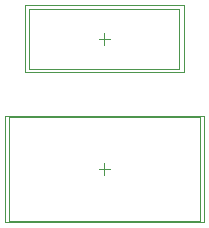
<source format=gbp>
G04*
G04 #@! TF.GenerationSoftware,Altium Limited,Altium Designer,21.3.2 (30)*
G04*
G04 Layer_Color=128*
%FSLAX25Y25*%
%MOIN*%
G70*
G04*
G04 #@! TF.SameCoordinates,7D36CCFB-020A-49C9-B8D2-55C5552AF9BD*
G04*
G04*
G04 #@! TF.FilePolarity,Positive*
G04*
G01*
G75*
%ADD13C,0.00394*%
%ADD14C,0.00197*%
D13*
X66634Y80945D02*
X130217D01*
Y115472D01*
X66634D02*
X130217D01*
X66634Y80945D02*
Y115472D01*
X73425Y131732D02*
Y151732D01*
X123425D01*
Y131732D02*
Y151732D01*
X73425Y131732D02*
X123425D01*
X96457Y98425D02*
X100394D01*
X98425Y96457D02*
Y100394D01*
D14*
X65354Y80551D02*
X131496D01*
X65354D02*
Y115866D01*
X131496D01*
Y80551D02*
Y115866D01*
X72047Y130650D02*
X124803D01*
Y152815D01*
X72047D02*
X124803D01*
X72047Y130650D02*
Y152815D01*
X98425Y139764D02*
Y143701D01*
X96457Y141732D02*
X100394D01*
M02*

</source>
